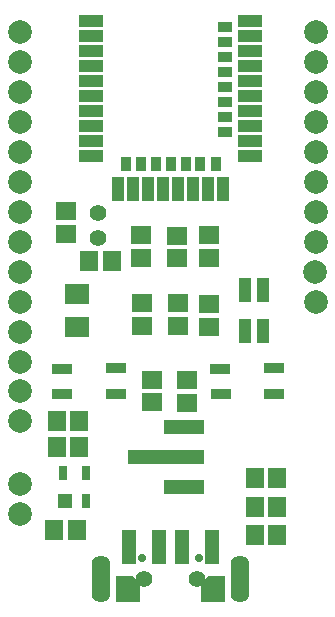
<source format=gbr>
G04 DipTrace 3.2.0.1*
G04 TopMask.gbr*
%MOIN*%
G04 #@! TF.FileFunction,Soldermask,Top*
G04 #@! TF.Part,Single*
%AMOUTLINE1*
4,1,4,
-0.033605,0.017449,
0.033321,0.017984,
0.033605,-0.017449,
-0.033321,-0.017984,
-0.033605,0.017449,
0*%
%AMOUTLINE10*
4,1,5,
-0.03937,0.017379,
-0.03937,-0.043307,
0.03937,-0.043307,
0.03937,0.043307,
-0.013442,0.043307,
-0.03937,0.017379,
0*%
%AMOUTLINE13*
4,1,5,
-0.03937,-0.043307,
0.03937,-0.043307,
0.03937,0.017379,
0.013442,0.043307,
-0.03937,0.043307,
-0.03937,-0.043307,
0*%
%ADD47C,0.055118*%
%ADD48C,0.027559*%
%ADD50C,0.055118*%
%ADD54R,0.047244X0.114173*%
%ADD56O,0.062992X0.15748*%
%ADD58R,0.031496X0.047244*%
%ADD60R,0.047244X0.047244*%
%ADD62R,0.132677X0.048031*%
%ADD64R,0.25748X0.048031*%
%ADD66R,0.037402X0.051181*%
%ADD68R,0.051181X0.037402*%
%ADD70R,0.03937X0.082677*%
%ADD72R,0.082677X0.03937*%
%ADD74R,0.03937X0.07874*%
%ADD76R,0.07874X0.070866*%
%ADD80C,0.07874*%
%ADD82C,0.07874*%
%ADD88R,0.059055X0.066929*%
%ADD90R,0.066929X0.059055*%
%ADD96OUTLINE1*%
%ADD105OUTLINE10*%
%ADD108OUTLINE13*%
%FSLAX26Y26*%
G04*
G70*
G90*
G75*
G01*
G04 TopMask*
%LPD*%
D90*
X-330407Y-512369D3*
Y-437566D3*
X143945Y-591339D3*
Y-516535D3*
X38976Y-593701D3*
Y-518898D3*
D88*
X-253937Y-601181D3*
X-179134D3*
D90*
X72835Y-1075197D3*
Y-1000394D3*
D88*
X-362409Y-1135353D3*
X-287606D3*
X-362455Y-1221602D3*
X-287652D3*
X296732Y-1325835D3*
X371535D3*
X296732Y-1516535D3*
X371535D3*
X296732Y-1422047D3*
X371535D3*
X-296738Y-1501042D3*
X-371541D3*
D82*
X-484252Y-140157D3*
Y-40157D3*
Y59843D3*
Y159843D3*
X500787Y-140157D3*
Y-40157D3*
Y59843D3*
Y159843D3*
X-484252Y-539764D3*
Y-439764D3*
Y-339764D3*
Y-239764D3*
X500787Y-540157D3*
Y-440157D3*
Y-340157D3*
Y-240157D3*
X-485827Y-639370D3*
D80*
X-484252Y-739370D3*
D82*
X-485827Y-839370D3*
D80*
X-484252Y-939370D3*
D82*
X-485827Y-1037402D3*
D80*
X-484252Y-1137402D3*
D82*
X-485827Y-1345236D3*
D80*
X-484252Y-1445236D3*
D82*
X499213Y-639370D3*
D80*
X500787Y-739370D3*
D76*
X-295276Y-822835D3*
Y-712598D3*
D90*
X-82283Y-591732D3*
Y-516929D3*
X-79528Y-818504D3*
Y-743701D3*
X42126Y-818898D3*
Y-744094D3*
X143937Y-822441D3*
Y-747638D3*
X-46457Y-1074016D3*
Y-999213D3*
D74*
X324803Y-834646D3*
Y-700787D3*
X265748Y-834646D3*
Y-700787D3*
D72*
X-247244Y-251969D3*
Y-201969D3*
Y-151969D3*
Y-101969D3*
Y-51969D3*
Y-1969D3*
Y48031D3*
Y98031D3*
Y148031D3*
Y198031D3*
X280315Y-251969D3*
Y-201969D3*
Y-151969D3*
Y-101969D3*
Y-51969D3*
Y-1969D3*
Y48031D3*
Y98031D3*
Y148031D3*
Y198031D3*
D70*
X-8465Y-362205D3*
X41535D3*
X-58465D3*
X91535D3*
X-108465D3*
X141535D3*
X-158465D3*
X191535D3*
D68*
X197638Y-174409D3*
Y-124016D3*
Y-74409D3*
Y-24016D3*
Y25984D3*
Y75984D3*
Y125984D3*
D66*
X-133465Y-279528D3*
X-83465D3*
X-33465D3*
X16535D3*
X66535D3*
X116142D3*
X166535D3*
D68*
X197638Y175984D3*
D96*
X-345808Y-962333D3*
X-345131Y-1046976D3*
X-166680Y-960899D3*
X-166003Y-1045542D3*
X182538Y-962333D3*
X183215Y-1046976D3*
X361667Y-960899D3*
X362344Y-1045542D3*
D64*
X0Y-1254474D3*
D62*
X62402Y-1154474D3*
Y-1354474D3*
D60*
X-333762Y-1401325D3*
D58*
X-266833D3*
Y-1310774D3*
X-341636D3*
D56*
X246850Y-1661417D3*
X-213780D3*
D54*
X-121260Y-1555118D3*
X-22835D3*
X55906D3*
X154331D3*
D47*
X-72047Y-1661417D3*
X105118D3*
D105*
X159028Y-1697163D3*
D108*
X-126406D3*
D48*
X-79161Y-1592832D3*
X111783D3*
D50*
X-226690Y-526276D3*
Y-443598D3*
M02*

</source>
